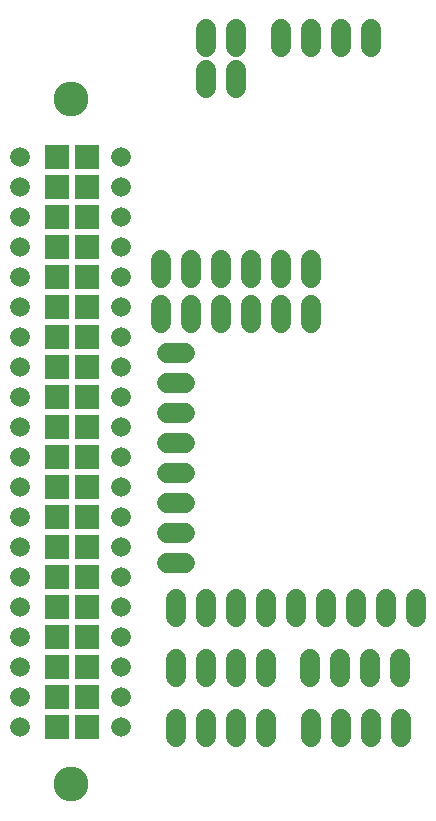
<source format=gts>
G75*
%MOIN*%
%OFA0B0*%
%FSLAX24Y24*%
%IPPOS*%
%LPD*%
%AMOC8*
5,1,8,0,0,1.08239X$1,22.5*
%
%ADD10C,0.1162*%
%ADD11C,0.0660*%
%ADD12R,0.0800X0.0800*%
%ADD13C,0.0654*%
D10*
X002307Y002394D03*
X002307Y025228D03*
D11*
X005280Y019861D02*
X005280Y019261D01*
X005280Y018361D02*
X005280Y017761D01*
X005480Y016761D02*
X006080Y016761D01*
X006080Y015761D02*
X005480Y015761D01*
X005480Y014761D02*
X006080Y014761D01*
X006080Y013761D02*
X005480Y013761D01*
X005480Y012761D02*
X006080Y012761D01*
X006080Y011761D02*
X005480Y011761D01*
X005480Y010761D02*
X006080Y010761D01*
X006080Y009761D02*
X005480Y009761D01*
X005780Y008561D02*
X005780Y007961D01*
X006780Y007961D02*
X006780Y008561D01*
X007780Y008561D02*
X007780Y007961D01*
X008780Y007961D02*
X008780Y008561D01*
X009780Y008561D02*
X009780Y007961D01*
X010780Y007961D02*
X010780Y008561D01*
X011780Y008561D02*
X011780Y007961D01*
X012254Y006545D02*
X012254Y005945D01*
X011254Y005945D02*
X011254Y006545D01*
X010254Y006545D02*
X010254Y005945D01*
X010280Y004561D02*
X010280Y003961D01*
X011280Y003961D02*
X011280Y004561D01*
X012280Y004561D02*
X012280Y003961D01*
X013280Y003961D02*
X013280Y004561D01*
X013254Y005945D02*
X013254Y006545D01*
X012780Y007961D02*
X012780Y008561D01*
X013780Y008561D02*
X013780Y007961D01*
X008780Y006561D02*
X008780Y005961D01*
X007780Y005961D02*
X007780Y006561D01*
X006780Y006561D02*
X006780Y005961D01*
X005780Y005961D02*
X005780Y006561D01*
X005780Y004561D02*
X005780Y003961D01*
X006780Y003961D02*
X006780Y004561D01*
X007780Y004561D02*
X007780Y003961D01*
X008780Y003961D02*
X008780Y004561D01*
X008280Y017761D02*
X008280Y018361D01*
X008280Y019261D02*
X008280Y019861D01*
X007280Y019861D02*
X007280Y019261D01*
X007280Y018361D02*
X007280Y017761D01*
X006280Y017761D02*
X006280Y018361D01*
X006280Y019261D02*
X006280Y019861D01*
X009280Y019861D02*
X009280Y019261D01*
X009280Y018361D02*
X009280Y017761D01*
X010280Y017761D02*
X010280Y018361D01*
X010280Y019261D02*
X010280Y019861D01*
X007804Y025595D02*
X007804Y026195D01*
X007780Y026961D02*
X007780Y027561D01*
X006780Y027561D02*
X006780Y026961D01*
X006804Y026195D02*
X006804Y025595D01*
X009280Y026961D02*
X009280Y027561D01*
X010280Y027561D02*
X010280Y026961D01*
X011280Y026961D02*
X011280Y027561D01*
X012280Y027561D02*
X012280Y026961D01*
D12*
X002819Y023297D03*
X002819Y022297D03*
X002819Y021297D03*
X002819Y020297D03*
X002819Y019297D03*
X002819Y018297D03*
X002819Y017297D03*
X002819Y016297D03*
X002819Y015297D03*
X002819Y014297D03*
X002819Y013297D03*
X002819Y012297D03*
X002819Y011297D03*
X002819Y010297D03*
X002819Y009297D03*
X002819Y008297D03*
X002819Y007297D03*
X002819Y006297D03*
X002819Y005297D03*
X002819Y004297D03*
X001819Y004297D03*
X001819Y005297D03*
X001819Y006297D03*
X001819Y007297D03*
X001819Y008297D03*
X001819Y009297D03*
X001819Y010297D03*
X001819Y011297D03*
X001819Y012297D03*
X001819Y013297D03*
X001819Y014297D03*
X001819Y015297D03*
X001819Y016297D03*
X001819Y017297D03*
X001819Y018297D03*
X001819Y019297D03*
X001819Y020297D03*
X001819Y021297D03*
X001819Y022297D03*
X001819Y023297D03*
D13*
X000599Y023293D03*
X000599Y022293D03*
X000599Y021293D03*
X000599Y020293D03*
X000599Y019293D03*
X000599Y018293D03*
X000599Y017293D03*
X000599Y016293D03*
X000599Y015293D03*
X000599Y014293D03*
X000599Y013293D03*
X000599Y012293D03*
X000599Y011293D03*
X000599Y010293D03*
X000599Y009293D03*
X000599Y008293D03*
X000599Y007293D03*
X000599Y006293D03*
X000599Y005293D03*
X000599Y004293D03*
X003961Y004293D03*
X003961Y005293D03*
X003961Y006293D03*
X003961Y007293D03*
X003961Y008293D03*
X003961Y009293D03*
X003961Y010293D03*
X003961Y011293D03*
X003961Y012293D03*
X003961Y013293D03*
X003961Y014293D03*
X003961Y015293D03*
X003961Y016293D03*
X003961Y017293D03*
X003961Y018293D03*
X003961Y019293D03*
X003961Y020293D03*
X003961Y021293D03*
X003961Y022293D03*
X003961Y023293D03*
M02*

</source>
